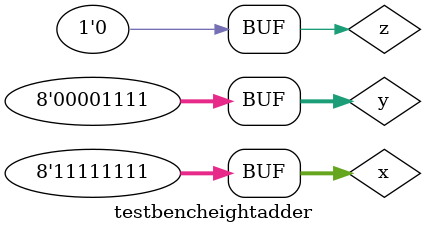
<source format=v>
`include "eightadder.v"

module testbencheightadder;

	reg [7:0] x,y;
	reg z;
	wire [7:0] sum,carry;
	wire overflow;
	eightadder e1(x,y,z,sum,carry,overflow);
	initial
	begin
	$monitor(, $time,"x=%d  y=%d, z=%d ,sum=%d, carry=%b, overflow=%b",x,y,z,sum,carry[7],overflow);
	#10 x=8'b01111111;y=8'b00000001;z=1'b0;
	#20 x=8'b00111111;y=8'b00000001;z=1'b0;
	#30 x=8'b01111111;y=8'b00001111;z=1'b0;
	#40 x=8'b11111111;y=8'b00001111;z=1'b0;
	end
	endmodule
</source>
